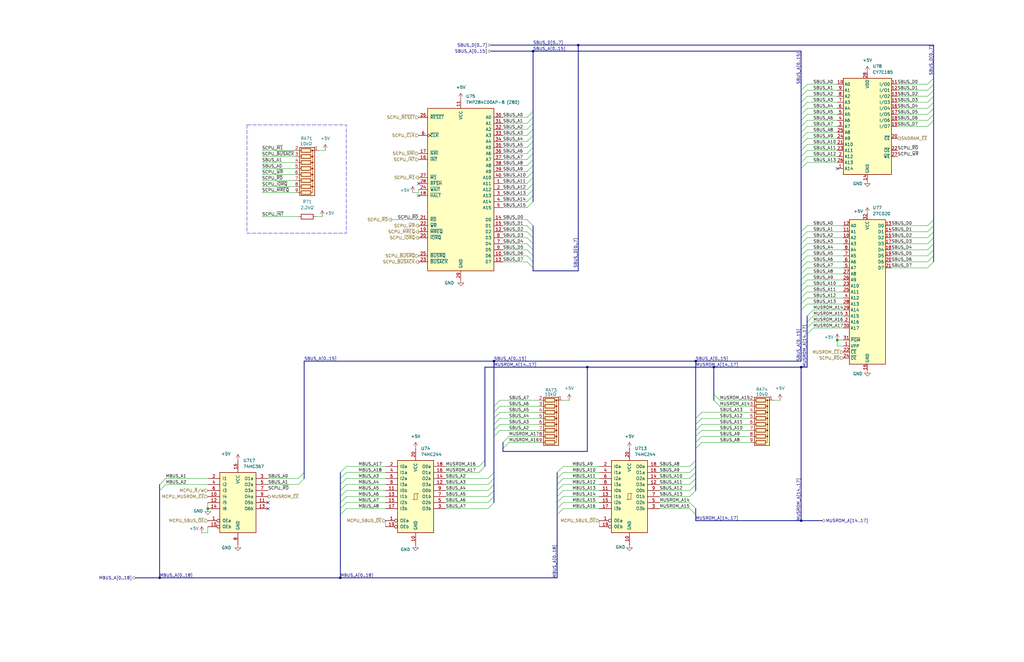
<source format=kicad_sch>
(kicad_sch (version 20231120) (generator "eeschema") (generator_version "8.0")
  (paper "B")
  (title_block (title "RA9704, Sound CPU and Memory") (date "2024-12-31") (rev "004") (company "Coin-Op Collection") (comment 1 "Author: Brandon Arnold") (comment 2 "License: CC BY-NC-SA 4.0"))
  (lib_symbols
    (symbol "power:+5V" (power) (pin_numbers hide) (pin_names (offset 0) hide)
      (property "Value" "+5V" (at 0 3.556 0))
      (symbol "+5V_1_1"
        (pin power_in line (at 0 0 90) (length 0) (name "~") (number "1"))
      )
    )
    (symbol "power:GND" (power) (pin_numbers hide) (pin_names (offset 0) hide)
      (property "Value" "GND" (at 0 -3.81 0))
      (symbol "GND_1_1"
        (pin power_in line (at 0 0 270) (length 0) (name "~") (number "1"))
      )
    )
    (symbol "ra9704:27C020"
      (property "Reference" "U" (at -7.62 31.75 0))
      (property "Value" "27C020" (at 2.54 -31.75 0))
      (symbol "27C020_1_1"
        (pin input line (at -10.16 -22.86 0) (length 2.54) (name "VPP") (number "1"))
        (pin input line (at -10.16 22.86 0) (length 2.54) (name "A2") (number "10"))
        (pin input line (at -10.16 25.4 0) (length 2.54) (name "A1") (number "11"))
        (pin input line (at -10.16 27.94 0) (length 2.54) (name "A0") (number "12"))
        (pin tri_state line (at 10.16 27.94 180) (length 2.54) (name "D0") (number "13"))
        (pin tri_state line (at 10.16 25.4 180) (length 2.54) (name "D1") (number "14"))
        (pin tri_state line (at 10.16 22.86 180) (length 2.54) (name "D2") (number "15"))
        (pin power_in line (at 0 -33.02 90) (length 2.54) (name "GND") (number "16"))
        (pin tri_state line (at 10.16 20.32 180) (length 2.54) (name "D3") (number "17"))
        (pin tri_state line (at 10.16 17.78 180) (length 2.54) (name "D4") (number "18"))
        (pin tri_state line (at 10.16 15.24 180) (length 2.54) (name "D5") (number "19"))
        (pin input line (at -10.16 -12.7 0) (length 2.54) (name "A16") (number "2"))
        (pin tri_state line (at 10.16 12.7 180) (length 2.54) (name "D6") (number "20"))
        (pin tri_state line (at 10.16 10.16 180) (length 2.54) (name "D7") (number "21"))
        (pin input line (at -10.16 -25.4 0) (length 2.54) (name "~{CE}") (number "22"))
        (pin input line (at -10.16 2.54 0) (length 2.54) (name "A10") (number "23"))
        (pin input line (at -10.16 -27.94 0) (length 2.54) (name "~{OE}") (number "24"))
        (pin input line (at -10.16 0 0) (length 2.54) (name "A11") (number "25"))
        (pin input line (at -10.16 5.08 0) (length 2.54) (name "A9") (number "26"))
        (pin input line (at -10.16 7.62 0) (length 2.54) (name "A8") (number "27"))
        (pin input line (at -10.16 -5.08 0) (length 2.54) (name "A13") (number "28"))
        (pin input line (at -10.16 -7.62 0) (length 2.54) (name "A14") (number "29"))
        (pin input line (at -10.16 -10.16 0) (length 2.54) (name "A15") (number "3"))
        (pin input line (at -10.16 -15.24 0) (length 2.54) (name "A17") (number "30"))
        (pin input line (at -10.16 -20.32 0) (length 2.54) (name "~{PGM}") (number "31"))
        (pin power_in line (at 0 33.02 270) (length 2.54) (name "VCC") (number "32"))
        (pin input line (at -10.16 -2.54 0) (length 2.54) (name "A12") (number "4"))
        (pin input line (at -10.16 10.16 0) (length 2.54) (name "A7") (number "5"))
        (pin input line (at -10.16 12.7 0) (length 2.54) (name "A6") (number "6"))
        (pin input line (at -10.16 15.24 0) (length 2.54) (name "A5") (number "7"))
        (pin input line (at -10.16 17.78 0) (length 2.54) (name "A4") (number "8"))
        (pin input line (at -10.16 20.32 0) (length 2.54) (name "A3") (number "9"))
      )
    )
    (symbol "ra9704:74HC244" (pin_names (offset 1.016))
      (property "Reference" "U" (at -7.62 16.51 0))
      (property "Value" "74HC244" (at -7.62 -16.51 0))
      (symbol "74HC244_1_0"
        (pin input inverted (at -12.7 -10.16 0) (length 5.08) (name "OEa") (number "1"))
        (pin power_in line (at 0 -20.32 90) (length 5.08) (name "GND") (number "10"))
        (pin input line (at -12.7 2.54 0) (length 5.08) (name "I0b") (number "11"))
        (pin tri_state line (at 12.7 5.08 180) (length 5.08) (name "O3a") (number "12"))
        (pin input line (at -12.7 0 0) (length 5.08) (name "I1b") (number "13"))
        (pin tri_state line (at 12.7 7.62 180) (length 5.08) (name "O2a") (number "14"))
        (pin input line (at -12.7 -2.54 0) (length 5.08) (name "I2b") (number "15"))
        (pin tri_state line (at 12.7 10.16 180) (length 5.08) (name "O1a") (number "16"))
        (pin input line (at -12.7 -5.08 0) (length 5.08) (name "I3b") (number "17"))
        (pin tri_state line (at 12.7 12.7 180) (length 5.08) (name "O0a") (number "18"))
        (pin input inverted (at -12.7 -12.7 0) (length 5.08) (name "OEb") (number "19"))
        (pin input line (at -12.7 12.7 0) (length 5.08) (name "I0a") (number "2"))
        (pin power_in line (at 0 20.32 270) (length 5.08) (name "VCC") (number "20"))
        (pin tri_state line (at 12.7 -5.08 180) (length 5.08) (name "O3b") (number "3"))
        (pin input line (at -12.7 10.16 0) (length 5.08) (name "I1a") (number "4"))
        (pin tri_state line (at 12.7 -2.54 180) (length 5.08) (name "O2b") (number "5"))
        (pin input line (at -12.7 7.62 0) (length 5.08) (name "I2a") (number "6"))
        (pin tri_state line (at 12.7 0 180) (length 5.08) (name "O1b") (number "7"))
        (pin input line (at -12.7 5.08 0) (length 5.08) (name "I3a") (number "8"))
        (pin tri_state line (at 12.7 2.54 180) (length 5.08) (name "O0b") (number "9"))
      )
    )
    (symbol "ra9704:74HC367" (pin_names (offset 1.016))
      (property "Reference" "U" (at -7.62 13.97 0))
      (property "Value" "74HC367" (at -7.62 -13.97 0))
      (symbol "74HC367_1_0"
        (pin input inverted (at -12.7 -7.62 0) (length 5.08) (name "OEa") (number "1"))
        (pin input line (at -12.7 2.54 0) (length 5.08) (name "I4") (number "10"))
        (pin tri_state line (at 12.7 0 180) (length 5.08) (name "O5b") (number "11"))
        (pin input line (at -12.7 0 0) (length 5.08) (name "I5") (number "12"))
        (pin tri_state line (at 12.7 -2.54 180) (length 5.08) (name "O6b") (number "13"))
        (pin input line (at -12.7 -2.54 0) (length 5.08) (name "I6") (number "14"))
        (pin input inverted (at -12.7 -10.16 0) (length 5.08) (name "OEb") (number "15"))
        (pin power_in line (at 0 17.78 270) (length 5.08) (name "VCC") (number "16"))
        (pin input line (at -12.7 10.16 0) (length 5.08) (name "I1") (number "2"))
        (pin tri_state line (at 12.7 10.16 180) (length 5.08) (name "O1a") (number "3"))
        (pin input line (at -12.7 7.62 0) (length 5.08) (name "I2") (number "4"))
        (pin tri_state line (at 12.7 7.62 180) (length 5.08) (name "O2a") (number "5"))
        (pin input line (at -12.7 5.08 0) (length 5.08) (name "I3") (number "6"))
        (pin tri_state line (at 12.7 5.08 180) (length 5.08) (name "O3a") (number "7"))
        (pin power_in line (at 0 -17.78 90) (length 5.08) (name "GND") (number "8"))
        (pin tri_state line (at 12.7 2.54 180) (length 5.08) (name "O4a") (number "9"))
      )
    )
    (symbol "ra9704:CY7C185"
      (property "Reference" "U" (at -9.144 21.844 0))
      (property "Value" "CY7C185" (at 8.128 21.844 0))
      (symbol "CY7C185_0_0"
        (pin power_in line (at 0 -22.86 90) (length 2.54) (name "GND") (number "14"))
      )
      (symbol "CY7C185_1_0"
        (pin power_in line (at 0 22.86 270) (length 2.54) (name "VDD") (number "28"))
      )
      (symbol "CY7C185_1_1"
        (pin input line (at -12.7 -17.78 0) (length 2.54) (name "A14") (number "1"))
        (pin input line (at -12.7 17.78 0) (length 2.54) (name "A0") (number "10"))
        (pin tri_state line (at 12.7 17.78 180) (length 2.54) (name "I/O0") (number "11"))
        (pin tri_state line (at 12.7 15.24 180) (length 2.54) (name "I/O1") (number "12"))
        (pin tri_state line (at 12.7 12.7 180) (length 2.54) (name "I/O2") (number "13"))
        (pin tri_state line (at 12.7 10.16 180) (length 2.54) (name "I/O3") (number "15"))
        (pin tri_state line (at 12.7 7.62 180) (length 2.54) (name "I/O4") (number "16"))
        (pin tri_state line (at 12.7 5.08 180) (length 2.54) (name "I/O5") (number "17"))
        (pin tri_state line (at 12.7 2.54 180) (length 2.54) (name "I/O6") (number "18"))
        (pin tri_state line (at 12.7 0 180) (length 2.54) (name "I/O7") (number "19"))
        (pin input line (at -12.7 -12.7 0) (length 2.54) (name "A12") (number "2"))
        (pin input line (at 12.7 -5.08 180) (length 2.54) (name "~{CE}") (number "20"))
        (pin input line (at -12.7 -7.62 0) (length 2.54) (name "A10") (number "21"))
        (pin input line (at 12.7 -10.16 180) (length 2.54) (name "~{OE}") (number "22"))
        (pin input line (at -12.7 -10.16 0) (length 2.54) (name "A11") (number "23"))
        (pin input line (at -12.7 -5.08 0) (length 2.54) (name "A9") (number "24"))
        (pin input line (at -12.7 -2.54 0) (length 2.54) (name "A8") (number "25"))
        (pin input line (at -12.7 -15.24 0) (length 2.54) (name "A13") (number "26"))
        (pin input line (at 12.7 -12.7 180) (length 2.54) (name "~{WE}") (number "27"))
        (pin input line (at -12.7 0 0) (length 2.54) (name "A7") (number "3"))
        (pin input line (at -12.7 2.54 0) (length 2.54) (name "A6") (number "4"))
        (pin input line (at -12.7 5.08 0) (length 2.54) (name "A5") (number "5"))
        (pin input line (at -12.7 7.62 0) (length 2.54) (name "A4") (number "6"))
        (pin input line (at -12.7 10.16 0) (length 2.54) (name "A3") (number "7"))
        (pin input line (at -12.7 12.7 0) (length 2.54) (name "A2") (number "8"))
        (pin input line (at -12.7 15.24 0) (length 2.54) (name "A1") (number "9"))
      )
    )
    (symbol "ra9704:R" (pin_numbers hide) (pin_names (offset 0))
      (property "Reference" "R" (at 2.032 0 90))
      (property "Value" "R" (at 0 0 90))
      (symbol "R_1_1"
        (pin passive line (at 0 3.81 270) (length 1.27) (name "~") (number "1"))
        (pin passive line (at 0 -3.81 90) (length 1.27) (name "~") (number "2"))
      )
    )
    (symbol "ra9704:R_Network08_1-Row" (pin_names (offset 0) hide)
      (property "Reference" "RB" (at -12.7 0 90))
      (property "Value" "10k" (at 10.16 0 90))
      (symbol "R_Network08_1-Row_1_1"
        (pin passive line (at -10.16 5.08 270) (length 2.54) (name "common") (number "1"))
        (pin passive line (at -10.16 -5.08 90) (length 1.27) (name "R1") (number "2"))
        (pin passive line (at -7.62 -5.08 90) (length 1.27) (name "R2") (number "3"))
        (pin passive line (at -5.08 -5.08 90) (length 1.27) (name "R3") (number "4"))
        (pin passive line (at -2.54 -5.08 90) (length 1.27) (name "R4") (number "5"))
        (pin passive line (at 0 -5.08 90) (length 1.27) (name "R5") (number "6"))
        (pin passive line (at 2.54 -5.08 90) (length 1.27) (name "R6") (number "7"))
        (pin passive line (at 5.08 -5.08 90) (length 1.27) (name "R7") (number "8"))
        (pin passive line (at 7.62 -5.08 90) (length 1.27) (name "R8") (number "9"))
      )
    )
    (symbol "ra9704:TMPZ84C00AP-8" (pin_names (offset 1.016))
      (property "Reference" "U" (at -13.97 35.56 0))
      (property "Value" "TMPZ84C00AP-8" (at 6.35 35.56 0))
      (symbol "TMPZ84C00AP-8_1_1"
        (pin output line (at 17.78 2.54 180) (length 3.81) (name "A11") (number "1"))
        (pin bidirectional line (at 17.78 -27.94 180) (length 3.81) (name "D6") (number "10"))
        (pin power_in line (at 0 38.1 270) (length 3.81) (name "VCC") (number "11"))
        (pin bidirectional line (at 17.78 -17.78 180) (length 3.81) (name "D2") (number "12"))
        (pin bidirectional line (at 17.78 -30.48 180) (length 3.81) (name "D7") (number "13"))
        (pin bidirectional line (at 17.78 -12.7 180) (length 3.81) (name "D0") (number "14"))
        (pin bidirectional line (at 17.78 -15.24 180) (length 3.81) (name "D1") (number "15"))
        (pin input line (at -17.78 12.7 0) (length 3.81) (name "~{INT}") (number "16"))
        (pin input line (at -17.78 15.24 0) (length 3.81) (name "~{NMI}") (number "17"))
        (pin output line (at -17.78 -2.54 0) (length 3.81) (name "~{HALT}") (number "18"))
        (pin output line (at -17.78 -17.78 0) (length 3.81) (name "~{MREQ}") (number "19"))
        (pin output line (at 17.78 0 180) (length 3.81) (name "A12") (number "2"))
        (pin output line (at -17.78 -20.32 0) (length 3.81) (name "~{IORQ}") (number "20"))
        (pin output line (at -17.78 -12.7 0) (length 3.81) (name "~{RD}") (number "21"))
        (pin output line (at -17.78 -15.24 0) (length 3.81) (name "~{WR}") (number "22"))
        (pin output line (at -17.78 -30.48 0) (length 3.81) (name "~{BUSACK}") (number "23"))
        (pin input line (at -17.78 0 0) (length 3.81) (name "~{WAIT}") (number "24"))
        (pin input line (at -17.78 -27.94 0) (length 3.81) (name "~{BUSRQ}") (number "25"))
        (pin input line (at -17.78 30.48 0) (length 3.81) (name "~{RESET}") (number "26"))
        (pin output line (at -17.78 5.08 0) (length 3.81) (name "~{M1}") (number "27"))
        (pin output line (at -17.78 2.54 0) (length 3.81) (name "~{RFSH}") (number "28"))
        (pin power_in line (at 0 -38.1 90) (length 3.81) (name "GND") (number "29"))
        (pin output line (at 17.78 -2.54 180) (length 3.81) (name "A13") (number "3"))
        (pin output line (at 17.78 30.48 180) (length 3.81) (name "A0") (number "30"))
        (pin output line (at 17.78 27.94 180) (length 3.81) (name "A1") (number "31"))
        (pin output line (at 17.78 25.4 180) (length 3.81) (name "A2") (number "32"))
        (pin output line (at 17.78 22.86 180) (length 3.81) (name "A3") (number "33"))
        (pin output line (at 17.78 20.32 180) (length 3.81) (name "A4") (number "34"))
        (pin output line (at 17.78 17.78 180) (length 3.81) (name "A5") (number "35"))
        (pin output line (at 17.78 15.24 180) (length 3.81) (name "A6") (number "36"))
        (pin output line (at 17.78 12.7 180) (length 3.81) (name "A7") (number "37"))
        (pin output line (at 17.78 10.16 180) (length 3.81) (name "A8") (number "38"))
        (pin output line (at 17.78 7.62 180) (length 3.81) (name "A9") (number "39"))
        (pin output line (at 17.78 -5.08 180) (length 3.81) (name "A14") (number "4"))
        (pin output line (at 17.78 5.08 180) (length 3.81) (name "A10") (number "40"))
        (pin output line (at 17.78 -7.62 180) (length 3.81) (name "A15") (number "5"))
        (pin input clock (at -17.78 22.86 0) (length 3.81) (name "~{CLK}") (number "6"))
        (pin bidirectional line (at 17.78 -22.86 180) (length 3.81) (name "D4") (number "7"))
        (pin bidirectional line (at 17.78 -20.32 180) (length 3.81) (name "D3") (number "8"))
        (pin bidirectional line (at 17.78 -25.4 180) (length 3.81) (name "D5") (number "9"))
      )
    )
  )
  (junction (at 337.82 219.71))
  (junction (at 224.79 21.59))
  (junction (at 247.65 154.94))
  (junction (at 208.28 152.4))
  (junction (at 337.82 154.94))
  (junction (at 67.31 243.84))
  (junction (at 300.99 154.94))
  (junction (at 143.51 243.84))
  (junction (at 353.06 143.51))
  (junction (at 87.63 214.63))
  (junction (at 293.37 152.4))
  (junction (at 243.84 19.05))
  (no_connect (at 176.53 82.55))
  (no_connect (at 113.03 214.63))
  (no_connect (at 113.03 212.09))
  (no_connect (at 353.06 71.12))
  (no_connect (at 176.53 77.47))
  (bus_entry (at 290.83 214.63) (size 2.54 2.54))
  (bus_entry (at 222.25 95.25) (size 2.54 2.54))
  (bus_entry (at 340.36 105.41) (size -2.54 2.54))
  (bus_entry (at 210.82 168.91) (size -2.54 2.54))
  (bus_entry (at 300.99 168.91) (size 2.54 2.54))
  (bus_entry (at 340.36 107.95) (size -2.54 2.54))
  (bus_entry (at 210.82 173.99) (size -2.54 2.54))
  (bus_entry (at 340.36 55.88) (size -2.54 2.54))
  (bus_entry (at 393.7 102.87) (size -2.54 2.54))
  (bus_entry (at 290.83 212.09) (size 2.54 2.54))
  (bus_entry (at 224.79 59.69) (size -2.54 2.54))
  (bus_entry (at 295.91 186.69) (size -2.54 2.54))
  (bus_entry (at 340.36 118.11) (size -2.54 2.54))
  (bus_entry (at 210.82 181.61) (size -2.54 2.54))
  (bus_entry (at 340.36 97.79) (size -2.54 2.54))
  (bus_entry (at 146.05 204.47) (size -2.54 2.54))
  (bus_entry (at 146.05 199.39) (size -2.54 2.54))
  (bus_entry (at 295.91 181.61) (size -2.54 2.54))
  (bus_entry (at 393.7 107.95) (size -2.54 2.54))
  (bus_entry (at 214.63 184.15) (size -2.54 2.54))
  (bus_entry (at 208.28 204.47) (size -2.54 2.54))
  (bus_entry (at 224.79 54.61) (size -2.54 2.54))
  (bus_entry (at 222.25 92.71) (size 2.54 2.54))
  (bus_entry (at 146.05 196.85) (size -2.54 2.54))
  (bus_entry (at 237.49 207.01) (size -2.54 2.54))
  (bus_entry (at 146.05 212.09) (size -2.54 2.54))
  (bus_entry (at 340.36 63.5) (size -2.54 2.54))
  (bus_entry (at 128.27 199.39) (size -2.54 2.54))
  (bus_entry (at 224.79 72.39) (size -2.54 2.54))
  (bus_entry (at 222.25 102.87) (size 2.54 2.54))
  (bus_entry (at 342.9 130.81) (size -2.54 2.54))
  (bus_entry (at 340.36 123.19) (size -2.54 2.54))
  (bus_entry (at 340.36 100.33) (size -2.54 2.54))
  (bus_entry (at 224.79 49.53) (size -2.54 2.54))
  (bus_entry (at 224.79 80.01) (size -2.54 2.54))
  (bus_entry (at 237.49 196.85) (size -2.54 2.54))
  (bus_entry (at 224.79 62.23) (size -2.54 2.54))
  (bus_entry (at 208.28 199.39) (size -2.54 2.54))
  (bus_entry (at 393.7 43.18) (size -2.54 2.54))
  (bus_entry (at 224.79 77.47) (size -2.54 2.54))
  (bus_entry (at 393.7 33.02) (size -2.54 2.54))
  (bus_entry (at 208.28 207.01) (size -2.54 2.54))
  (bus_entry (at 393.7 35.56) (size -2.54 2.54))
  (bus_entry (at 340.36 115.57) (size -2.54 2.54))
  (bus_entry (at 146.05 214.63) (size -2.54 2.54))
  (bus_entry (at 222.25 100.33) (size 2.54 2.54))
  (bus_entry (at 146.05 207.01) (size -2.54 2.54))
  (bus_entry (at 295.91 173.99) (size -2.54 2.54))
  (bus_entry (at 340.36 95.25) (size -2.54 2.54))
  (bus_entry (at 224.79 82.55) (size -2.54 2.54))
  (bus_entry (at 222.25 110.49) (size 2.54 2.54))
  (bus_entry (at 69.85 201.93) (size -2.54 2.54))
  (bus_entry (at 146.05 201.93) (size -2.54 2.54))
  (bus_entry (at 146.05 209.55) (size -2.54 2.54))
  (bus_entry (at 208.28 209.55) (size -2.54 2.54))
  (bus_entry (at 224.79 85.09) (size -2.54 2.54))
  (bus_entry (at 293.37 196.85) (size -2.54 2.54))
  (bus_entry (at 340.36 120.65) (size -2.54 2.54))
  (bus_entry (at 393.7 40.64) (size -2.54 2.54))
  (bus_entry (at 393.7 100.33) (size -2.54 2.54))
  (bus_entry (at 222.25 105.41) (size 2.54 2.54))
  (bus_entry (at 340.36 40.64) (size -2.54 2.54))
  (bus_entry (at 340.36 68.58) (size -2.54 2.54))
  (bus_entry (at 340.36 60.96) (size -2.54 2.54))
  (bus_entry (at 393.7 38.1) (size -2.54 2.54))
  (bus_entry (at 340.36 58.42) (size -2.54 2.54))
  (bus_entry (at 224.79 57.15) (size -2.54 2.54))
  (bus_entry (at 393.7 95.25) (size -2.54 2.54))
  (bus_entry (at 295.91 176.53) (size -2.54 2.54))
  (bus_entry (at 224.79 46.99) (size -2.54 2.54))
  (bus_entry (at 295.91 179.07) (size -2.54 2.54))
  (bus_entry (at 204.47 196.85) (size -2.54 2.54))
  (bus_entry (at 293.37 207.01) (size -2.54 2.54))
  (bus_entry (at 237.49 204.47) (size -2.54 2.54))
  (bus_entry (at 393.7 110.49) (size -2.54 2.54))
  (bus_entry (at 340.36 53.34) (size -2.54 2.54))
  (bus_entry (at 237.49 199.39) (size -2.54 2.54))
  (bus_entry (at 214.63 186.69) (size -2.54 2.54))
  (bus_entry (at 208.28 212.09) (size -2.54 2.54))
  (bus_entry (at 340.36 110.49) (size -2.54 2.54))
  (bus_entry (at 393.7 48.26) (size -2.54 2.54))
  (bus_entry (at 340.36 102.87) (size -2.54 2.54))
  (bus_entry (at 340.36 38.1) (size -2.54 2.54))
  (bus_entry (at 224.79 69.85) (size -2.54 2.54))
  (bus_entry (at 222.25 97.79) (size 2.54 2.54))
  (bus_entry (at 300.99 166.37) (size 2.54 2.54))
  (bus_entry (at 342.9 135.89) (size -2.54 2.54))
  (bus_entry (at 340.36 66.04) (size -2.54 2.54))
  (bus_entry (at 224.79 52.07) (size -2.54 2.54))
  (bus_entry (at 393.7 92.71) (size -2.54 2.54))
  (bus_entry (at 393.7 105.41) (size -2.54 2.54))
  (bus_entry (at 210.82 179.07) (size -2.54 2.54))
  (bus_entry (at 340.36 113.03) (size -2.54 2.54))
  (bus_entry (at 340.36 50.8) (size -2.54 2.54))
  (bus_entry (at 210.82 171.45) (size -2.54 2.54))
  (bus_entry (at 340.36 45.72) (size -2.54 2.54))
  (bus_entry (at 128.27 201.93) (size -2.54 2.54))
  (bus_entry (at 342.9 138.43) (size -2.54 2.54))
  (bus_entry (at 340.36 35.56) (size -2.54 2.54))
  (bus_entry (at 340.36 128.27) (size -2.54 2.54))
  (bus_entry (at 210.82 176.53) (size -2.54 2.54))
  (bus_entry (at 293.37 204.47) (size -2.54 2.54))
  (bus_entry (at 224.79 74.93) (size -2.54 2.54))
  (bus_entry (at 237.49 212.09) (size -2.54 2.54))
  (bus_entry (at 340.36 125.73) (size -2.54 2.54))
  (bus_entry (at 204.47 194.31) (size -2.54 2.54))
  (bus_entry (at 293.37 201.93) (size -2.54 2.54))
  (bus_entry (at 340.36 48.26) (size -2.54 2.54))
  (bus_entry (at 224.79 64.77) (size -2.54 2.54))
  (bus_entry (at 340.36 43.18) (size -2.54 2.54))
  (bus_entry (at 208.28 201.93) (size -2.54 2.54))
  (bus_entry (at 393.7 97.79) (size -2.54 2.54))
  (bus_entry (at 295.91 184.15) (size -2.54 2.54))
  (bus_entry (at 237.49 201.93) (size -2.54 2.54))
  (bus_entry (at 393.7 45.72) (size -2.54 2.54))
  (bus_entry (at 293.37 194.31) (size -2.54 2.54))
  (bus_entry (at 342.9 133.35) (size -2.54 2.54))
  (bus_entry (at 222.25 107.95) (size 2.54 2.54))
  (bus_entry (at 69.85 204.47) (size -2.54 2.54))
  (bus_entry (at 293.37 199.39) (size -2.54 2.54))
  (bus_entry (at 237.49 214.63) (size -2.54 2.54))
  (bus_entry (at 237.49 209.55) (size -2.54 2.54))
  (bus_entry (at 224.79 67.31) (size -2.54 2.54))
  (bus_entry (at 393.7 50.8) (size -2.54 2.54))
  (wire (pts (xy 378.46 48.26) (xy 391.16 48.26)))
  (wire (pts (xy 110.49 91.44) (xy 125.73 91.44)))
  (wire (pts (xy 378.46 35.56) (xy 391.16 35.56)))
  (bus (pts (xy 224.79 82.55) (xy 224.79 80.01)))
  (wire (pts (xy 146.05 212.09) (xy 162.56 212.09)))
  (bus (pts (xy 224.79 52.07) (xy 224.79 49.53)))
  (wire (pts (xy 237.49 207.01) (xy 252.73 207.01)))
  (wire (pts (xy 212.09 92.71) (xy 222.25 92.71)))
  (wire (pts (xy 340.36 38.1) (xy 353.06 38.1)))
  (wire (pts (xy 278.13 214.63) (xy 290.83 214.63)))
  (bus (pts (xy 337.82 100.33) (xy 337.82 102.87)))
  (bus (pts (xy 337.82 53.34) (xy 337.82 55.88)))
  (bus (pts (xy 293.37 186.69) (xy 293.37 189.23)))
  (bus (pts (xy 393.7 48.26) (xy 393.7 45.72)))
  (wire (pts (xy 340.36 60.96) (xy 353.06 60.96)))
  (bus (pts (xy 234.95 214.63) (xy 234.95 217.17)))
  (bus (pts (xy 143.51 204.47) (xy 143.51 207.01)))
  (bus (pts (xy 337.82 38.1) (xy 337.82 40.64)))
  (bus (pts (xy 293.37 219.71) (xy 337.82 219.71)))
  (bus (pts (xy 393.7 33.02) (xy 393.7 19.05)))
  (wire (pts (xy 375.92 102.87) (xy 391.16 102.87)))
  (bus (pts (xy 293.37 196.85) (xy 293.37 199.39)))
  (bus (pts (xy 243.84 19.05) (xy 243.84 114.3)))
  (wire (pts (xy 162.56 219.71) (xy 162.56 222.25)))
  (bus (pts (xy 340.36 135.89) (xy 340.36 138.43)))
  (wire (pts (xy 212.09 69.85) (xy 222.25 69.85)))
  (wire (pts (xy 375.92 95.25) (xy 391.16 95.25)))
  (bus (pts (xy 234.95 207.01) (xy 234.95 209.55)))
  (wire (pts (xy 137.16 63.5) (xy 134.62 63.5)))
  (wire (pts (xy 340.36 55.88) (xy 353.06 55.88)))
  (wire (pts (xy 212.09 80.01) (xy 222.25 80.01)))
  (bus (pts (xy 143.51 243.84) (xy 234.95 243.84)))
  (wire (pts (xy 295.91 176.53) (xy 316.23 176.53)))
  (bus (pts (xy 337.82 125.73) (xy 337.82 128.27)))
  (bus (pts (xy 207.01 19.05) (xy 243.84 19.05)))
  (bus (pts (xy 143.51 243.84) (xy 67.31 243.84)))
  (wire (pts (xy 355.6 146.05) (xy 353.06 146.05)))
  (wire (pts (xy 375.92 107.95) (xy 391.16 107.95)))
  (bus (pts (xy 224.79 77.47) (xy 224.79 74.93)))
  (wire (pts (xy 173.99 81.28) (xy 176.53 81.28)))
  (wire (pts (xy 375.92 113.03) (xy 391.16 113.03)))
  (bus (pts (xy 337.82 130.81) (xy 337.82 152.4)))
  (wire (pts (xy 353.06 146.05) (xy 353.06 143.51)))
  (wire (pts (xy 303.53 168.91) (xy 316.23 168.91)))
  (wire (pts (xy 212.09 72.39) (xy 222.25 72.39)))
  (wire (pts (xy 342.9 130.81) (xy 355.6 130.81)))
  (wire (pts (xy 278.13 209.55) (xy 290.83 209.55)))
  (bus (pts (xy 293.37 189.23) (xy 293.37 194.31)))
  (bus (pts (xy 243.84 114.3) (xy 224.79 114.3)))
  (bus (pts (xy 393.7 43.18) (xy 393.7 40.64)))
  (wire (pts (xy 375.92 97.79) (xy 391.16 97.79)))
  (bus (pts (xy 337.82 219.71) (xy 346.71 219.71)))
  (bus (pts (xy 208.28 212.09) (xy 208.28 209.55)))
  (bus (pts (xy 212.09 190.5) (xy 247.65 190.5)))
  (wire (pts (xy 187.96 201.93) (xy 205.74 201.93)))
  (wire (pts (xy 146.05 209.55) (xy 162.56 209.55)))
  (wire (pts (xy 340.36 110.49) (xy 355.6 110.49)))
  (wire (pts (xy 110.49 76.2) (xy 124.46 76.2)))
  (bus (pts (xy 337.82 123.19) (xy 337.82 125.73)))
  (wire (pts (xy 340.36 113.03) (xy 355.6 113.03)))
  (bus (pts (xy 293.37 181.61) (xy 293.37 184.15)))
  (wire (pts (xy 340.36 35.56) (xy 353.06 35.56)))
  (wire (pts (xy 240.03 168.91) (xy 237.49 168.91)))
  (wire (pts (xy 295.91 186.69) (xy 316.23 186.69)))
  (bus (pts (xy 337.82 55.88) (xy 337.82 58.42)))
  (wire (pts (xy 212.09 57.15) (xy 222.25 57.15)))
  (bus (pts (xy 224.79 102.87) (xy 224.79 105.41)))
  (wire (pts (xy 340.36 63.5) (xy 353.06 63.5)))
  (wire (pts (xy 210.82 181.61) (xy 227.33 181.61)))
  (bus (pts (xy 143.51 212.09) (xy 143.51 214.63)))
  (wire (pts (xy 378.46 38.1) (xy 391.16 38.1)))
  (wire (pts (xy 212.09 82.55) (xy 222.25 82.55)))
  (wire (pts (xy 295.91 179.07) (xy 316.23 179.07)))
  (bus (pts (xy 337.82 40.64) (xy 337.82 43.18)))
  (wire (pts (xy 378.46 53.34) (xy 391.16 53.34)))
  (wire (pts (xy 212.09 87.63) (xy 222.25 87.63)))
  (bus (pts (xy 340.36 133.35) (xy 340.36 135.89)))
  (wire (pts (xy 278.13 199.39) (xy 290.83 199.39)))
  (bus (pts (xy 393.7 102.87) (xy 393.7 100.33)))
  (bus (pts (xy 337.82 115.57) (xy 337.82 118.11)))
  (bus (pts (xy 143.51 217.17) (xy 143.51 243.84)))
  (wire (pts (xy 278.13 196.85) (xy 290.83 196.85)))
  (wire (pts (xy 212.09 100.33) (xy 222.25 100.33)))
  (bus (pts (xy 208.28 184.15) (xy 208.28 181.61)))
  (wire (pts (xy 340.36 107.95) (xy 355.6 107.95)))
  (wire (pts (xy 340.36 123.19) (xy 355.6 123.19)))
  (wire (pts (xy 214.63 184.15) (xy 227.33 184.15)))
  (bus (pts (xy 208.28 171.45) (xy 208.28 152.4)))
  (bus (pts (xy 393.7 92.71) (xy 393.7 50.8)))
  (wire (pts (xy 237.49 199.39) (xy 252.73 199.39)))
  (wire (pts (xy 87.63 212.09) (xy 87.63 214.63)))
  (bus (pts (xy 337.82 128.27) (xy 337.82 130.81)))
  (bus (pts (xy 293.37 204.47) (xy 293.37 207.01)))
  (wire (pts (xy 237.49 201.93) (xy 252.73 201.93)))
  (wire (pts (xy 378.46 45.72) (xy 391.16 45.72)))
  (bus (pts (xy 128.27 152.4) (xy 208.28 152.4)))
  (wire (pts (xy 110.49 68.58) (xy 124.46 68.58)))
  (wire (pts (xy 340.36 118.11) (xy 355.6 118.11)))
  (bus (pts (xy 293.37 194.31) (xy 293.37 196.85)))
  (wire (pts (xy 187.96 212.09) (xy 205.74 212.09)))
  (bus (pts (xy 300.99 166.37) (xy 300.99 168.91)))
  (bus (pts (xy 224.79 21.59) (xy 337.82 21.59)))
  (wire (pts (xy 340.36 102.87) (xy 355.6 102.87)))
  (wire (pts (xy 212.09 74.93) (xy 222.25 74.93)))
  (bus (pts (xy 337.82 154.94) (xy 340.36 154.94)))
  (wire (pts (xy 113.03 204.47) (xy 125.73 204.47)))
  (wire (pts (xy 212.09 105.41) (xy 222.25 105.41)))
  (wire (pts (xy 353.06 143.51) (xy 355.6 143.51)))
  (wire (pts (xy 187.96 204.47) (xy 205.74 204.47)))
  (wire (pts (xy 375.92 105.41) (xy 391.16 105.41)))
  (wire (pts (xy 146.05 196.85) (xy 162.56 196.85)))
  (wire (pts (xy 212.09 64.77) (xy 222.25 64.77)))
  (wire (pts (xy 110.49 78.74) (xy 124.46 78.74)))
  (wire (pts (xy 378.46 43.18) (xy 391.16 43.18)))
  (bus (pts (xy 293.37 217.17) (xy 293.37 219.71)))
  (bus (pts (xy 224.79 59.69) (xy 224.79 57.15)))
  (wire (pts (xy 340.36 53.34) (xy 353.06 53.34)))
  (bus (pts (xy 224.79 54.61) (xy 224.79 52.07)))
  (wire (pts (xy 340.36 95.25) (xy 355.6 95.25)))
  (bus (pts (xy 337.82 154.94) (xy 337.82 219.71)))
  (bus (pts (xy 393.7 45.72) (xy 393.7 43.18)))
  (bus (pts (xy 234.95 204.47) (xy 234.95 207.01)))
  (wire (pts (xy 303.53 171.45) (xy 316.23 171.45)))
  (bus (pts (xy 224.79 64.77) (xy 224.79 62.23)))
  (bus (pts (xy 393.7 105.41) (xy 393.7 102.87)))
  (bus (pts (xy 300.99 154.94) (xy 300.99 166.37)))
  (bus (pts (xy 234.95 209.55) (xy 234.95 212.09)))
  (bus (pts (xy 337.82 113.03) (xy 337.82 115.57)))
  (bus (pts (xy 393.7 110.49) (xy 393.7 107.95)))
  (bus (pts (xy 393.7 38.1) (xy 393.7 35.56)))
  (bus (pts (xy 393.7 95.25) (xy 393.7 92.71)))
  (wire (pts (xy 342.9 133.35) (xy 355.6 133.35)))
  (wire (pts (xy 328.93 168.91) (xy 326.39 168.91)))
  (wire (pts (xy 187.96 209.55) (xy 205.74 209.55)))
  (bus (pts (xy 224.79 97.79) (xy 224.79 100.33)))
  (bus (pts (xy 208.28 176.53) (xy 208.28 173.99)))
  (wire (pts (xy 278.13 212.09) (xy 290.83 212.09)))
  (bus (pts (xy 143.51 214.63) (xy 143.51 217.17)))
  (wire (pts (xy 212.09 67.31) (xy 222.25 67.31)))
  (bus (pts (xy 224.79 85.09) (xy 224.79 82.55)))
  (wire (pts (xy 340.36 68.58) (xy 353.06 68.58)))
  (bus (pts (xy 340.36 138.43) (xy 340.36 140.97)))
  (bus (pts (xy 224.79 46.99) (xy 224.79 21.59)))
  (wire (pts (xy 378.46 40.64) (xy 391.16 40.64)))
  (bus (pts (xy 204.47 196.85) (xy 204.47 194.31)))
  (bus (pts (xy 293.37 176.53) (xy 293.37 179.07)))
  (bus (pts (xy 67.31 207.01) (xy 67.31 243.84)))
  (bus (pts (xy 337.82 45.72) (xy 337.82 48.26)))
  (bus (pts (xy 293.37 184.15) (xy 293.37 186.69)))
  (bus (pts (xy 224.79 74.93) (xy 224.79 72.39)))
  (bus (pts (xy 224.79 100.33) (xy 224.79 102.87)))
  (wire (pts (xy 295.91 181.61) (xy 316.23 181.61)))
  (wire (pts (xy 340.36 45.72) (xy 353.06 45.72)))
  (bus (pts (xy 212.09 186.69) (xy 212.09 189.23)))
  (bus (pts (xy 224.79 69.85) (xy 224.79 67.31)))
  (wire (pts (xy 237.49 212.09) (xy 252.73 212.09)))
  (wire (pts (xy 340.36 48.26) (xy 353.06 48.26)))
  (bus (pts (xy 212.09 189.23) (xy 212.09 190.5)))
  (wire (pts (xy 340.36 125.73) (xy 355.6 125.73)))
  (bus (pts (xy 393.7 40.64) (xy 393.7 38.1)))
  (wire (pts (xy 212.09 54.61) (xy 222.25 54.61)))
  (bus (pts (xy 224.79 107.95) (xy 224.79 110.49)))
  (bus (pts (xy 337.82 110.49) (xy 337.82 113.03)))
  (bus (pts (xy 208.28 173.99) (xy 208.28 171.45)))
  (wire (pts (xy 69.85 201.93) (xy 87.63 201.93)))
  (bus (pts (xy 243.84 19.05) (xy 393.7 19.05)))
  (bus (pts (xy 293.37 214.63) (xy 293.37 217.17)))
  (bus (pts (xy 293.37 199.39) (xy 293.37 201.93)))
  (bus (pts (xy 208.28 179.07) (xy 208.28 176.53)))
  (bus (pts (xy 337.82 118.11) (xy 337.82 120.65)))
  (bus (pts (xy 143.51 207.01) (xy 143.51 209.55)))
  (bus (pts (xy 224.79 72.39) (xy 224.79 69.85)))
  (bus (pts (xy 57.15 243.84) (xy 67.31 243.84)))
  (wire (pts (xy 146.05 201.93) (xy 162.56 201.93)))
  (wire (pts (xy 85.09 224.79) (xy 87.63 224.79)))
  (wire (pts (xy 212.09 59.69) (xy 222.25 59.69)))
  (wire (pts (xy 212.09 52.07) (xy 222.25 52.07)))
  (bus (pts (xy 393.7 35.56) (xy 393.7 33.02)))
  (bus (pts (xy 208.28 152.4) (xy 293.37 152.4)))
  (bus (pts (xy 143.51 201.93) (xy 143.51 204.47)))
  (bus (pts (xy 208.28 207.01) (xy 208.28 204.47)))
  (bus (pts (xy 234.95 217.17) (xy 234.95 243.84)))
  (bus (pts (xy 234.95 201.93) (xy 234.95 204.47)))
  (wire (pts (xy 212.09 77.47) (xy 222.25 77.47)))
  (bus (pts (xy 247.65 154.94) (xy 300.99 154.94)))
  (wire (pts (xy 237.49 209.55) (xy 252.73 209.55)))
  (wire (pts (xy 340.36 58.42) (xy 353.06 58.42)))
  (wire (pts (xy 69.85 204.47) (xy 87.63 204.47)))
  (bus (pts (xy 337.82 63.5) (xy 337.82 66.04)))
  (bus (pts (xy 224.79 57.15) (xy 224.79 54.61)))
  (bus (pts (xy 300.99 154.94) (xy 337.82 154.94)))
  (bus (pts (xy 224.79 67.31) (xy 224.79 64.77)))
  (wire (pts (xy 146.05 199.39) (xy 162.56 199.39)))
  (wire (pts (xy 146.05 204.47) (xy 162.56 204.47)))
  (wire (pts (xy 212.09 95.25) (xy 222.25 95.25)))
  (wire (pts (xy 187.96 214.63) (xy 205.74 214.63)))
  (wire (pts (xy 340.36 97.79) (xy 355.6 97.79)))
  (bus (pts (xy 204.47 194.31) (xy 204.47 154.94)))
  (wire (pts (xy 146.05 207.01) (xy 162.56 207.01)))
  (wire (pts (xy 295.91 173.99) (xy 316.23 173.99)))
  (wire (pts (xy 87.63 224.79) (xy 87.63 222.25)))
  (bus (pts (xy 128.27 201.93) (xy 128.27 199.39)))
  (bus (pts (xy 337.82 107.95) (xy 337.82 110.49)))
  (bus (pts (xy 207.01 21.59) (xy 224.79 21.59)))
  (wire (pts (xy 295.91 184.15) (xy 316.23 184.15)))
  (bus (pts (xy 234.95 212.09) (xy 234.95 214.63)))
  (wire (pts (xy 340.36 50.8) (xy 353.06 50.8)))
  (wire (pts (xy 210.82 173.99) (xy 227.33 173.99)))
  (wire (pts (xy 212.09 62.23) (xy 222.25 62.23)))
  (wire (pts (xy 210.82 171.45) (xy 227.33 171.45)))
  (bus (pts (xy 208.28 199.39) (xy 208.28 184.15)))
  (bus (pts (xy 224.79 49.53) (xy 224.79 46.99)))
  (wire (pts (xy 340.36 43.18) (xy 353.06 43.18)))
  (bus (pts (xy 337.82 102.87) (xy 337.82 105.41)))
  (bus (pts (xy 293.37 152.4) (xy 337.82 152.4)))
  (bus (pts (xy 337.82 97.79) (xy 337.82 100.33)))
  (bus (pts (xy 293.37 201.93) (xy 293.37 204.47)))
  (wire (pts (xy 165.1 92.71) (xy 176.53 92.71)))
  (wire (pts (xy 113.03 201.93) (xy 125.73 201.93)))
  (wire (pts (xy 110.49 73.66) (xy 124.46 73.66)))
  (wire (pts (xy 278.13 204.47) (xy 290.83 204.47)))
  (wire (pts (xy 214.63 186.69) (xy 227.33 186.69)))
  (bus (pts (xy 340.36 140.97) (xy 340.36 154.94)))
  (wire (pts (xy 252.73 219.71) (xy 252.73 222.25)))
  (wire (pts (xy 340.36 66.04) (xy 353.06 66.04)))
  (bus (pts (xy 337.82 105.41) (xy 337.82 107.95)))
  (wire (pts (xy 212.09 97.79) (xy 222.25 97.79)))
  (bus (pts (xy 393.7 50.8) (xy 393.7 48.26)))
  (bus (pts (xy 337.82 68.58) (xy 337.82 71.12)))
  (bus (pts (xy 293.37 152.4) (xy 293.37 176.53)))
  (wire (pts (xy 340.36 100.33) (xy 355.6 100.33)))
  (bus (pts (xy 393.7 100.33) (xy 393.7 97.79)))
  (bus (pts (xy 67.31 204.47) (xy 67.31 207.01)))
  (bus (pts (xy 393.7 97.79) (xy 393.7 95.25)))
  (wire (pts (xy 212.09 49.53) (xy 222.25 49.53)))
  (wire (pts (xy 375.92 100.33) (xy 391.16 100.33)))
  (wire (pts (xy 110.49 71.12) (xy 124.46 71.12)))
  (bus (pts (xy 337.82 50.8) (xy 337.82 53.34)))
  (wire (pts (xy 212.09 107.95) (xy 222.25 107.95)))
  (wire (pts (xy 278.13 207.01) (xy 290.83 207.01)))
  (bus (pts (xy 143.51 199.39) (xy 143.51 201.93)))
  (wire (pts (xy 187.96 207.01) (xy 205.74 207.01)))
  (bus (pts (xy 224.79 95.25) (xy 224.79 97.79)))
  (wire (pts (xy 278.13 201.93) (xy 290.83 201.93)))
  (wire (pts (xy 212.09 102.87) (xy 222.25 102.87)))
  (bus (pts (xy 337.82 48.26) (xy 337.82 50.8)))
  (wire (pts (xy 340.36 115.57) (xy 355.6 115.57)))
  (bus (pts (xy 337.82 43.18) (xy 337.82 45.72)))
  (bus (pts (xy 208.28 209.55) (xy 208.28 207.01)))
  (bus (pts (xy 208.28 201.93) (xy 208.28 199.39)))
  (wire (pts (xy 212.09 110.49) (xy 222.25 110.49)))
  (wire (pts (xy 210.82 179.07) (xy 227.33 179.07)))
  (bus (pts (xy 224.79 105.41) (xy 224.79 107.95)))
  (bus (pts (xy 337.82 60.96) (xy 337.82 63.5)))
  (bus (pts (xy 293.37 179.07) (xy 293.37 181.61)))
  (bus (pts (xy 224.79 110.49) (xy 224.79 113.03)))
  (wire (pts (xy 340.36 128.27) (xy 355.6 128.27)))
  (wire (pts (xy 176.53 81.28) (xy 176.53 80.01)))
  (bus (pts (xy 337.82 120.65) (xy 337.82 123.19)))
  (wire (pts (xy 340.36 105.41) (xy 355.6 105.41)))
  (wire (pts (xy 375.92 110.49) (xy 391.16 110.49)))
  (wire (pts (xy 187.96 199.39) (xy 201.93 199.39)))
  (wire (pts (xy 135.89 91.44) (xy 133.35 91.44)))
  (wire (pts (xy 212.09 85.09) (xy 222.25 85.09)))
  (wire (pts (xy 342.9 135.89) (xy 355.6 135.89)))
  (bus (pts (xy 393.7 107.95) (xy 393.7 105.41)))
  (bus (pts (xy 234.95 199.39) (xy 234.95 201.93)))
  (wire (pts (xy 378.46 50.8) (xy 391.16 50.8)))
  (wire (pts (xy 237.49 214.63) (xy 252.73 214.63)))
  (bus (pts (xy 247.65 190.5) (xy 247.65 154.94)))
  (wire (pts (xy 110.49 63.5) (xy 124.46 63.5)))
  (bus (pts (xy 337.82 66.04) (xy 337.82 68.58)))
  (wire (pts (xy 340.36 120.65) (xy 355.6 120.65)))
  (bus (pts (xy 128.27 199.39) (xy 128.27 152.4)))
  (bus (pts (xy 224.79 113.03) (xy 224.79 114.3)))
  (bus (pts (xy 143.51 209.55) (xy 143.51 212.09)))
  (wire (pts (xy 210.82 168.91) (xy 227.33 168.91)))
  (bus (pts (xy 204.47 154.94) (xy 247.65 154.94)))
  (wire (pts (xy 237.49 196.85) (xy 252.73 196.85)))
  (bus (pts (xy 337.82 58.42) (xy 337.82 60.96)))
  (wire (pts (xy 340.36 40.64) (xy 353.06 40.64)))
  (wire (pts (xy 237.49 204.47) (xy 252.73 204.47)))
  (wire (pts (xy 187.96 196.85) (xy 201.93 196.85)))
  (bus (pts (xy 208.28 181.61) (xy 208.28 179.07)))
  (bus (pts (xy 337.82 21.59) (xy 337.82 38.1)))
  (wire (pts (xy 110.49 66.04) (xy 124.46 66.04)))
  (bus (pts (xy 224.79 80.01) (xy 224.79 77.47)))
  (wire (pts (xy 210.82 176.53) (xy 227.33 176.53)))
  (bus (pts (xy 208.28 204.47) (xy 208.28 201.93)))
  (wire (pts (xy 342.9 138.43) (xy 355.6 138.43)))
  (wire (pts (xy 110.49 81.28) (xy 124.46 81.28)))
  (wire (pts (xy 146.05 214.63) (xy 162.56 214.63)))
  (bus (pts (xy 337.82 71.12) (xy 337.82 97.79)))
  (bus (pts (xy 224.79 62.23) (xy 224.79 59.69)))
  (rectangle (start 104.14 52.705) (end 146.05 98.425) (stroke (width 0) (type dash)))
  (label "SBUS_A6" (at 212.09 64.77 0))
  (label "SBUS_A11" (at 342.9 63.5 0))
  (label "MBUS_A[0..18]" (at 234.95 243.84 90))
  (label "SCPU_~{INT}" (at 110.49 91.44 0))
  (label "MUSROM_A[14..17]" (at 340.36 154.94 90))
  (label "MBUS_A2" (at 69.85 204.47 0))
  (label "SBUS_A5" (at 214.63 173.99 0))
  (label "SBUS_A4" (at 187.96 207.01 0))
  (label "SBUS_A4" (at 342.9 45.72 0))
  (label "SBUS_A2" (at 214.63 181.61 0))
  (label "SBUS_A6" (at 342.9 50.8 0))
  (label "SBUS_D7" (at 375.92 113.03 0))
  (label "SBUS_D3" (at 212.09 100.33 0))
  (label "MUSROM_A[14..17]" (at 208.28 154.94 0))
  (label "SBUS_A13" (at 342.9 68.58 0))
  (label "SBUS_A0" (at 110.49 71.12 0))
  (label "SBUS_D1" (at 375.92 97.79 0))
  (label "SBUS_A9" (at 342.9 58.42 0))
  (label "SBUS_A12" (at 278.13 207.01 0))
  (label "MUSROM_A14" (at 303.53 171.45 0))
  (label "SBUS_A5" (at 342.9 48.26 0))
  (label "SBUS_A1" (at 342.9 97.79 0))
  (label "MBUS_A[0..18]" (at 67.31 243.84 0))
  (label "MUSROM_A16" (at 214.63 186.69 0))
  (label "SBUS_D1" (at 378.46 38.1 0))
  (label "SBUS_A4" (at 342.9 105.41 0))
  (label "SBUS_A9" (at 212.09 72.39 0))
  (label "SBUS_A7" (at 212.09 67.31 0))
  (label "SBUS_A4" (at 212.09 59.69 0))
  (label "SBUS_A12" (at 342.9 66.04 0))
  (label "SBUS_A1" (at 342.9 38.1 0))
  (label "SBUS_A3" (at 342.9 43.18 0))
  (label "MBUS_A4" (at 151.13 204.47 0))
  (label "SBUS_A1" (at 110.49 68.58 0))
  (label "SBUS_D1" (at 212.09 95.25 0))
  (label "SCPU_~{RD}" (at 110.49 76.2 0))
  (label "MUSROM_A16" (at 342.9 135.89 0))
  (label "SBUS_A5" (at 342.9 107.95 0))
  (label "SBUS_D6" (at 375.92 110.49 0))
  (label "SBUS_A6" (at 342.9 110.49 0))
  (label "SBUS_A[0..15]" (at 337.82 35.56 90))
  (label "SBUS_A9" (at 303.53 184.15 0))
  (label "SBUS_A8" (at 278.13 196.85 0))
  (label "SBUS_A9" (at 342.9 118.11 0))
  (label "SBUS_A[0..15]" (at 337.82 152.4 90))
  (label "MUSROM_A17" (at 187.96 199.39 0))
  (label "MBUS_A3" (at 151.13 201.93 0))
  (label "SBUS_D5" (at 378.46 48.26 0))
  (label "MUSROM_A16" (at 187.96 196.85 0))
  (label "SBUS_A12" (at 212.09 80.01 0))
  (label "SBUS_A[0..15]" (at 128.27 152.4 0))
  (label "MBUS_A6" (at 151.13 209.55 0))
  (label "SBUS_A11" (at 278.13 204.47 0))
  (label "SBUS_A14" (at 212.09 85.09 0))
  (label "SBUS_A[0..15]" (at 224.79 21.59 0))
  (label "MBUS_A10" (at 241.3 199.39 0))
  (label "SCPU_~{WR}" (at 110.49 73.66 0))
  (label "SBUS_A3" (at 342.9 102.87 0))
  (label "MBUS_A15" (at 241.3 212.09 0))
  (label "MUSROM_A14" (at 342.9 130.81 0))
  (label "MUSROM_A17" (at 342.9 138.43 0))
  (label "MBUS_A9" (at 241.3 196.85 0))
  (label "SBUS_A[0..15]" (at 208.28 152.4 0))
  (label "SBUS_D5" (at 212.09 105.41 0))
  (label "MBUS_A[0..18]" (at 143.51 243.84 0))
  (label "MBUS_A1" (at 69.85 201.93 0))
  (label "SBUS_A7" (at 342.9 53.34 0))
  (label "SBUS_A3" (at 187.96 204.47 0))
  (label "MUSROM_A[14..17]" (at 337.82 219.71 90))
  (label "SBUS_D5" (at 375.92 107.95 0))
  (label "SBUS_A2" (at 212.09 54.61 0))
  (label "SBUS_A1" (at 113.03 204.47 0))
  (label "MUSROM_A17" (at 214.63 184.15 0))
  (label "SBUS_A13" (at 303.53 173.99 0))
  (label "SBUS_D3" (at 378.46 43.18 0))
  (label "SBUS_A1" (at 212.09 52.07 0))
  (label "SBUS_A2" (at 342.9 100.33 0))
  (label "SBUS_A15" (at 212.09 87.63 0))
  (label "SBUS_D0" (at 375.92 95.25 0))
  (label "SBUS_A3" (at 212.09 57.15 0))
  (label "SBUS_A[0..15]" (at 293.37 152.4 0))
  (label "SBUS_A7" (at 187.96 214.63 0))
  (label "SBUS_A11" (at 212.09 77.47 0))
  (label "SBUS_A11" (at 342.9 123.19 0))
  (label "SBUS_D[0..7]" (at 393.7 31.75 90))
  (label "SBUS_D[0..7]" (at 243.84 113.03 90))
  (label "SBUS_A9" (at 278.13 199.39 0))
  (label "SBUS_D6" (at 212.09 107.95 0))
  (label "MUSROM_A14" (at 278.13 212.09 0))
  (label "SBUS_D0" (at 212.09 92.71 0))
  (label "SCPU_~{MREQ}" (at 110.49 81.28 0))
  (label "SCPU_~{IORQ}" (at 110.49 78.74 0))
  (label "MBUS_A8" (at 151.13 214.63 0))
  (label "SCPU_~{BUSACK}" (at 110.49 66.04 0))
  (label "SBUS_A13" (at 278.13 209.55 0))
  (label "SCPU_~{M1}" (at 110.49 63.5 0))
  (label "SBUS_A12" (at 303.53 176.53 0))
  (label "SBUS_D6" (at 378.46 50.8 0))
  (label "SBUS_D2" (at 378.46 40.64 0))
  (label "SBUS_A0" (at 342.9 95.25 0))
  (label "SCPU_~{RD}" (at 378.46 63.5 0))
  (label "SBUS_A11" (at 303.53 179.07 0))
  (label "SBUS_A0" (at 342.9 35.56 0))
  (label "MUSROM_A15" (at 278.13 214.63 0))
  (label "MUSROM_A[14..17]" (at 293.37 219.71 0))
  (label "MBUS_A16" (at 241.3 214.63 0))
  (label "SBUS_D2" (at 375.92 100.33 0))
  (label "SCPU_~{RD}" (at 167.64 92.71 0))
  (label "MUSROM_A15" (at 303.53 168.91 0))
  (label "SBUS_D4" (at 212.09 102.87 0))
  (label "MUSROM_A[14..17]" (at 293.37 154.94 0))
  (label "SBUS_A5" (at 212.09 62.23 0))
  (label "SBUS_A0" (at 113.03 201.93 0))
  (label "SBUS_A7" (at 214.63 168.91 0))
  (label "SBUS_A10" (at 278.13 201.93 0))
  (label "SBUS_A6" (at 214.63 171.45 0))
  (label "SBUS_A3" (at 214.63 179.07 0))
  (label "SBUS_A7" (at 342.9 113.03 0))
  (label "MBUS_A7" (at 151.13 212.09 0))
  (label "SBUS_D3" (at 375.92 102.87 0))
  (label "SBUS_D2" (at 212.09 97.79 0))
  (label "SBUS_A10" (at 212.09 74.93 0))
  (label "SBUS_A0" (at 212.09 49.53 0))
  (label "SBUS_A13" (at 342.9 128.27 0))
  (label "MUSROM_A15" (at 342.9 133.35 0))
  (label "SBUS_A13" (at 212.09 82.55 0))
  (label "SBUS_D4" (at 378.46 45.72 0))
  (label "SCPU_~{WR}" (at 378.46 66.04 0))
  (label "MBUS_A17" (at 151.13 196.85 0))
  (label "MBUS_A5" (at 151.13 207.01 0))
  (label "MBUS_A11" (at 241.3 201.93 0))
  (label "SBUS_A8" (at 303.53 186.69 0))
  (label "SBUS_A5" (at 187.96 209.55 0))
  (label "SBUS_A4" (at 214.63 176.53 0))
  (label "MBUS_A14" (at 241.3 209.55 0))
  (label "SBUS_D4" (at 375.92 105.41 0))
  (label "SBUS_D7" (at 212.09 110.49 0))
  (label "SBUS_D7" (at 378.46 53.34 0))
  (label "MBUS_A13" (at 241.3 207.01 0))
  (label "MBUS_A18" (at 151.13 199.39 0))
  (label "SBUS_A6" (at 187.96 212.09 0))
  (label "SBUS_A2" (at 342.9 40.64 0))
  (label "SBUS_A10" (at 303.53 181.61 0))
  (label "MBUS_A12" (at 241.3 204.47 0))
  (label "SBUS_D0" (at 378.46 35.56 0))
  (label "SBUS_A10" (at 342.9 120.65 0))
  (label "SBUS_A12" (at 342.9 125.73 0))
  (label "SBUS_A8" (at 342.9 55.88 0))
  (label "SBUS_A8" (at 212.09 69.85 0))
  (label "SBUS_D[0..7]" (at 224.79 19.05 0))
  (label "SCPU_~{RD}" (at 113.03 207.01 0))
  (label "SBUS_A10" (at 342.9 60.96 0))
  (label "SBUS_A8" (at 342.9 115.57 0))
  (label "SBUS_A2" (at 187.96 201.93 0))
  (hierarchical_label "MCPU_SBUS_~{OE}" (shape input) (at 87.63 219.71 180))
  (hierarchical_label "MCPU_SBUS_~{OE}" (shape input) (at 162.56 219.71 180))
  (hierarchical_label "SNDRAM_~{CE}" (shape input) (at 378.46 58.42 0))
  (hierarchical_label "SCPU_~{NMI}" (shape input) (at 176.53 64.77 180))
  (hierarchical_label "SCPU_~{IORQ}" (shape output) (at 176.53 100.33 180))
  (hierarchical_label "SCPU_~{BUSACK}" (shape output) (at 176.53 110.49 180))
  (hierarchical_label "MCPU_SBUS_~{OE}" (shape input) (at 252.73 219.71 180))
  (hierarchical_label "SCPU_~{RD}" (shape output) (at 165.1 92.71 180))
  (hierarchical_label "SBUS_A[0..15]" (shape bidirectional) (at 207.01 21.59 180))
  (hierarchical_label "SCPU_~{BUSRQ}" (shape input) (at 176.53 107.95 180))
  (hierarchical_label "SCPU_~{RESET}" (shape input) (at 176.53 49.53 180))
  (hierarchical_label "SCPU_~{RD}" (shape input) (at 355.6 151.13 180))
  (hierarchical_label "SCPU_~{WR}" (shape output) (at 176.53 95.25 180))
  (hierarchical_label "SCPU_~{M1}" (shape output) (at 176.53 74.93 180))
  (hierarchical_label "SBUS_D[0..7]" (shape bidirectional) (at 207.01 19.05 180))
  (hierarchical_label "MUSROM_A[14..17]" (shape bidirectional) (at 346.71 219.71 0))
  (hierarchical_label "MUSROM_~{CE}" (shape output) (at 113.03 209.55 0))
  (hierarchical_label "SCPU_~{CLK}" (shape input) (at 176.53 57.15 180))
  (hierarchical_label "MCPU_~{R}{slash}W" (shape input) (at 87.63 207.01 180))
  (hierarchical_label "MUSROM_~{CE}" (shape input) (at 355.6 148.59 180))
  (hierarchical_label "MCPU_MUSROM_~{CE}" (shape input) (at 87.63 209.55 180))
  (hierarchical_label "SCPU_~{INT}" (shape input) (at 176.53 67.31 180))
  (hierarchical_label "SCPU_~{MREQ}" (shape output) (at 176.53 97.79 180))
  (hierarchical_label "MBUS_A[0..18]" (shape bidirectional) (at 57.15 243.84 180))
  (symbol (lib_id "ra9704:74HC244") (at 265.43 209.55 0) (unit 1)
    (property "Reference" "U713" (at 267.6241 189.23 0) (effects (justify left)))
    (property "Value" "74HC244" (at 267.6241 191.77 0) (effects (justify left)))
    (property "Footprint" "ra9704:DIP-20_W7.62mm" (effects (hide yes)))
    (property "Datasheet" "https://static.brandonarnold.com/projects/batrider/MC54HC244AJ.pdf" (effects (hide yes)))
    (property "Description" "Octal 3-State Noninverting Buffer/Line Driver/Line Receiver" (effects (hide yes)))
  )
  (symbol (lib_id "power:+5V") (at 100.33 194.31 0) (unit 1)
    (property "Reference" "#PWR081" (effects (hide yes)))
    (property "Value" "+5V" (at 95.25 191.516 0))
    (property "Description" "Power symbol creates a global label with name \"+5V\"" (effects (hide yes)))
  )
  (symbol (lib_id "ra9704:27C020") (at 365.76 123.19 0) (unit 1)
    (property "Reference" "U77" (at 367.9541 87.63 0) (effects (justify left)))
    (property "Value" "27C020" (at 367.9541 90.17 0) (effects (justify left)))
    (property "Footprint" "ra9704:DIP-32_W15.24mm" (effects (hide yes)))
    (property "Datasheet" "https://static.brandonarnold.com/projects/batrider/TMS27C020.PDF" (effects (hide yes)))
    (property "Description" "OTP EPROM 2 MiBit (256 Ki x 8 Bit)" (effects (hide yes)))
  )
  (symbol (lib_id "power:+5V") (at 365.76 90.17 0) (unit 1)
    (property "Reference" "#PWR0170" (effects (hide yes)))
    (property "Value" "+5V" (at 361.95 89.154 0))
    (property "Description" "Power symbol creates a global label with name \"+5V\"" (effects (hide yes)))
  )
  (symbol (lib_id "ra9704:R_Network08_1-Row") (at 321.31 179.07 270) (unit 1)
    (property "Reference" "RA74" (at 318.77 164.338 90) (effects (justify left)))
    (property "Value" "10kΩ" (at 318.77 166.37 90) (effects (justify left)))
    (property "Footprint" "ra9704:R_Array_SIP9" (effects (hide yes)))
    (property "Datasheet" "http://www.vishay.com/docs/31509/csc.pdf" (effects (hide yes)))
    (property "Description" "8 resistor network, star topology, bussed resistors, small symbol" (effects (hide yes)))
  )
  (symbol (lib_id "power:+5V") (at 328.93 168.91 0) (unit 1)
    (property "Reference" "#PWR0178" (effects (hide yes)))
    (property "Value" "+5V" (at 328.93 163.83 0))
    (property "Description" "Power symbol creates a global label with name \"+5V\"" (effects (hide yes)))
  )
  (symbol (lib_id "power:+5V") (at 365.76 30.48 0) (unit 1)
    (property "Reference" "#PWR0102" (effects (hide yes)))
    (property "Value" "+5V" (at 365.76 25.4 0))
    (property "Description" "Power symbol creates a global label with name \"+5V\"" (effects (hide yes)))
  )
  (symbol (lib_id "ra9704:R_Network08_1-Row") (at 129.54 73.66 270) (unit 1)
    (property "Reference" "RA71" (at 126.746 58.42 90) (effects (justify left)))
    (property "Value" "10kΩ" (at 126.492 60.706 90) (effects (justify left)))
    (property "Footprint" "ra9704:R_Array_SIP9" (effects (hide yes)))
    (property "Datasheet" "http://www.vishay.com/docs/31509/csc.pdf" (effects (hide yes)))
    (property "Description" "8 resistor network, star topology, bussed resistors, small symbol" (effects (hide yes)))
  )
  (symbol (lib_id "power:GND") (at 87.63 214.63 0) (unit 1)
    (property "Reference" "#PWR073" (effects (hide yes)))
    (property "Value" "GND" (at 83.566 215.646 0))
    (property "Description" "Power symbol creates a global label with name \"GND\" , ground" (effects (hide yes)))
  )
  (symbol (lib_id "ra9704:TMPZ84C00AP-8") (at 194.31 80.01 0) (unit 1)
    (property "Reference" "U75" (at 196.5041 40.64 0) (effects (justify left)))
    (property "Value" "TMPZ84C00AP-8 (Z80)" (at 196.5041 43.18 0) (effects (justify left)))
    (property "Footprint" "ra9704:DIP-40_W15.24mm" (effects (hide yes)))
    (property "Datasheet" "www.zilog.com/manage_directlink.php?filepath=docs/z80/um0080" (effects (hide yes)))
    (property "Description" "Toshiba Z80 Equivalent" (effects (hide yes)))
  )
  (symbol (lib_id "ra9704:74HC244") (at 175.26 209.55 0) (unit 1)
    (property "Reference" "U74" (at 177.4541 189.23 0) (effects (justify left)))
    (property "Value" "74HC244" (at 177.4541 191.77 0) (effects (justify left)))
    (property "Footprint" "ra9704:DIP-20_W7.62mm" (effects (hide yes)))
    (property "Datasheet" "https://static.brandonarnold.com/projects/batrider/MC54HC244AJ.pdf" (effects (hide yes)))
    (property "Description" "Octal 3-State Noninverting Buffer/Line Driver/Line Receiver" (effects (hide yes)))
  )
  (symbol (lib_id "power:+5V") (at 137.16 63.5 0) (unit 1)
    (property "Reference" "#PWR0101" (effects (hide yes)))
    (property "Value" "+5V" (at 137.16 58.42 0))
    (property "Description" "Power symbol creates a global label with name \"+5V\"" (effects (hide yes)))
  )
  (symbol (lib_id "ra9704:CY7C185") (at 365.76 53.34 0) (unit 1)
    (property "Reference" "U78" (at 367.9541 27.94 0) (effects (justify left)))
    (property "Value" "CY7C185" (at 367.9541 30.48 0) (effects (justify left)))
    (property "Footprint" "ra9704:DIP-28_W7.62mm" (effects (hide yes)))
    (property "Description" "8K x 8 Static RAM" (effects (hide yes)))
  )
  (symbol (lib_id "power:+5V") (at 353.06 143.51 0) (unit 1)
    (property "Reference" "#PWR0111" (effects (hide yes)))
    (property "Value" "+5V" (at 349.504 142.24 0))
    (property "Description" "Power symbol creates a global label with name \"+5V\"" (effects (hide yes)))
  )
  (symbol (lib_id "ra9704:R_Network08_1-Row") (at 232.41 179.07 270) (unit 1)
    (property "Reference" "RA73" (at 229.87 164.592 90) (effects (justify left)))
    (property "Value" "10kΩ" (at 229.616 166.37 90) (effects (justify left)))
    (property "Footprint" "ra9704:R_Array_SIP9" (effects (hide yes)))
    (property "Datasheet" "http://www.vishay.com/docs/31509/csc.pdf" (effects (hide yes)))
    (property "Description" "8 resistor network, star topology, bussed resistors, small symbol" (effects (hide yes)))
  )
  (symbol (lib_id "power:GND") (at 100.33 229.87 0) (unit 1)
    (property "Reference" "#PWR082" (effects (hide yes)))
    (property "Value" "GND" (at 95.504 231.14 0))
    (property "Description" "Power symbol creates a global label with name \"GND\" , ground" (effects (hide yes)))
  )
  (symbol (lib_id "power:+5V") (at 194.31 41.91 0) (unit 1)
    (property "Reference" "#PWR050" (effects (hide yes)))
    (property "Value" "+5V" (at 194.31 36.83 0))
    (property "Description" "Power symbol creates a global label with name \"+5V\"" (effects (hide yes)))
  )
  (symbol (lib_id "power:GND") (at 365.76 156.21 0) (unit 1)
    (property "Reference" "#PWR0171" (effects (hide yes)))
    (property "Value" "GND" (at 361.696 157.734 0))
    (property "Description" "Power symbol creates a global label with name \"GND\" , ground" (effects (hide yes)))
  )
  (symbol (lib_id "ra9704:R") (at 129.54 91.44 270) (mirror x) (unit 1)
    (property "Reference" "R71" (at 129.54 85.09 90))
    (property "Value" "2.2kΩ" (at 129.54 87.63 90))
    (property "Footprint" "ra9704:R_Axial_DIN0204_L3.6mm_D1.6mm_P5.08mm_Horizontal" (effects (hide yes)))
    (property "Description" "Resistor" (effects (hide yes)))
  )
  (symbol (lib_id "power:+5V") (at 175.26 189.23 0) (unit 1)
    (property "Reference" "#PWR0115" (effects (hide yes)))
    (property "Value" "+5V" (at 175.26 184.15 0))
    (property "Description" "Power symbol creates a global label with name \"+5V\"" (effects (hide yes)))
  )
  (symbol (lib_id "power:+5V") (at 240.03 168.91 0) (unit 1)
    (property "Reference" "#PWR0172" (effects (hide yes)))
    (property "Value" "+5V" (at 240.03 163.83 0))
    (property "Description" "Power symbol creates a global label with name \"+5V\"" (effects (hide yes)))
  )
  (symbol (lib_id "ra9704:74HC367") (at 100.33 212.09 0) (unit 1)
    (property "Reference" "U717" (at 102.5241 194.31 0) (effects (justify left)))
    (property "Value" "74HC367" (at 102.5241 196.85 0) (effects (justify left)))
    (property "Footprint" "ra9704:DIP-16_W7.62mm" (effects (hide yes)))
    (property "Datasheet" "https://static.brandonarnold.com/projects/batrider/MC74HC367N.pdf" (effects (hide yes)))
    (property "Description" "Hex 3-State Noninverting Buffer with Separate 2-Bit and 4-Bit Sections" (effects (hide yes)))
  )
  (symbol (lib_id "power:GND") (at 194.31 118.11 0) (unit 1)
    (property "Reference" "#PWR065" (effects (hide yes)))
    (property "Value" "GND" (at 189.484 119.38 0))
    (property "Description" "Power symbol creates a global label with name \"GND\" , ground" (effects (hide yes)))
  )
  (symbol (lib_id "power:+5V") (at 85.09 224.79 0) (unit 1)
    (property "Reference" "#PWR072" (effects (hide yes)))
    (property "Value" "+5V" (at 81.788 223.012 0))
    (property "Description" "Power symbol creates a global label with name \"+5V\"" (effects (hide yes)))
  )
  (symbol (lib_id "power:+5V") (at 265.43 189.23 0) (unit 1)
    (property "Reference" "#PWR0179" (effects (hide yes)))
    (property "Value" "+5V" (at 265.43 184.15 0))
    (property "Description" "Power symbol creates a global label with name \"+5V\"" (effects (hide yes)))
  )
  (symbol (lib_id "power:GND") (at 175.26 229.87 0) (unit 1)
    (property "Reference" "#PWR0169" (effects (hide yes)))
    (property "Value" "GND" (at 170.942 231.902 0))
    (property "Description" "Power symbol creates a global label with name \"GND\" , ground" (effects (hide yes)))
  )
  (symbol (lib_id "power:+5V") (at 135.89 91.44 0) (mirror y) (unit 1)
    (property "Reference" "#PWR011" (effects (hide yes)))
    (property "Value" "+5V" (at 138.938 89.916 0))
    (property "Description" "Power symbol creates a global label with name \"+5V\"" (effects (hide yes)))
  )
  (symbol (lib_id "power:GND") (at 265.43 229.87 0) (unit 1)
    (property "Reference" "#PWR0180" (effects (hide yes)))
    (property "Value" "GND" (at 261.62 230.886 0))
    (property "Description" "Power symbol creates a global label with name \"GND\" , ground" (effects (hide yes)))
  )
  (symbol (lib_id "power:+5V") (at 173.99 81.28 0) (unit 1)
    (property "Reference" "#PWR045" (effects (hide yes)))
    (property "Value" "+5V" (at 170.688 80.264 0))
    (property "Description" "Power symbol creates a global label with name \"+5V\"" (effects (hide yes)))
  )
  (symbol (lib_id "power:GND") (at 365.76 76.2 0) (unit 1)
    (property "Reference" "#PWR0103" (effects (hide yes)))
    (property "Value" "GND" (at 361.696 77.47 0))
    (property "Description" "Power symbol creates a global label with name \"GND\" , ground" (effects (hide yes)))
  )
)
</source>
